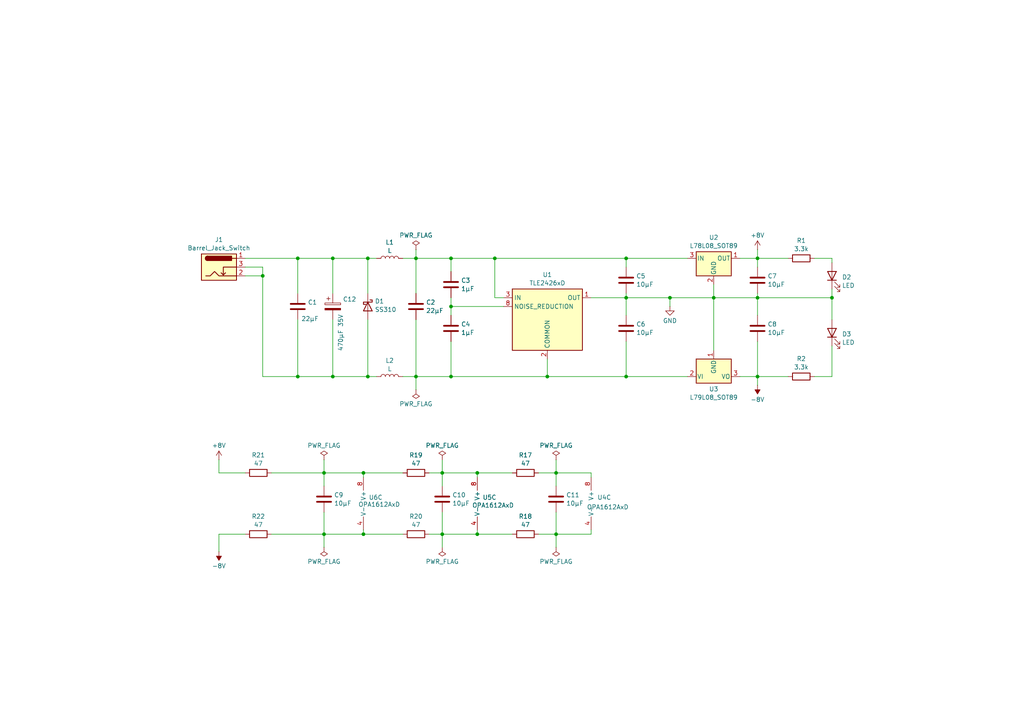
<source format=kicad_sch>
(kicad_sch (version 20231120) (generator "eeschema") (generator_version "8.0")
  (paper "A4")
  (lib_symbols
    (symbol "Amplifier_Operational:OPA1612AxD" (pin_names (offset 0.127))
      (property "Reference" "U" (at 0 5.08 0))
      (property "Value" "OPA1612AxD" (at 0 -5.08 0))
      (symbol "OPA1612AxD_1_1"
        (polyline (pts (xy -5.08 5.08) (xy 5.08 0) (xy -5.08 -5.08) (xy -5.08 5.08)) (stroke (width 0.254)) (fill (type background)))
        (pin output line (at 7.62 0 180) (length 2.54) (name "~") (number "1"))
        (pin input line (at -7.62 -2.54 0) (length 2.54) (name "-") (number "2"))
        (pin input line (at -7.62 2.54 0) (length 2.54) (name "+") (number "3"))
      )
      (symbol "OPA1612AxD_2_1"
        (polyline (pts (xy -5.08 5.08) (xy 5.08 0) (xy -5.08 -5.08) (xy -5.08 5.08)) (stroke (width 0.254)) (fill (type background)))
        (pin input line (at -7.62 2.54 0) (length 2.54) (name "+") (number "5"))
        (pin input line (at -7.62 -2.54 0) (length 2.54) (name "-") (number "6"))
        (pin output line (at 7.62 0 180) (length 2.54) (name "~") (number "7"))
      )
      (symbol "OPA1612AxD_3_1"
        (pin power_in line (at -2.54 -7.62 90) (length 3.81) (name "V-") (number "4"))
        (pin power_in line (at -2.54 7.62 270) (length 3.81) (name "V+") (number "8"))
      )
    )
    (symbol "Connector:Barrel_Jack_Switch" (pin_names hide)
      (property "Reference" "J" (at 0 5.334 0))
      (property "Value" "Barrel_Jack_Switch" (at 0 -5.08 0))
      (symbol "Barrel_Jack_Switch_0_1"
        (rectangle (start -5.08 3.81) (end 5.08 -3.81) (stroke (width 0.254)) (fill (type background)))
        (arc (start -3.302 3.175) (mid -3.9343 2.54) (end -3.302 1.905) (stroke (width 0.254)))
        (arc (start -3.302 3.175) (mid -3.9343 2.54) (end -3.302 1.905) (stroke (width 0.254)) (fill (type outline)))
        (polyline (pts (xy 1.27 -2.286) (xy 1.905 -1.651)) (stroke (width 0.254)))
        (polyline (pts (xy 5.08 2.54) (xy 3.81 2.54)) (stroke (width 0.254)))
        (polyline (pts (xy 5.08 0) (xy 1.27 0) (xy 1.27 -2.286) (xy 0.635 -1.651)) (stroke (width 0.254)))
        (polyline (pts (xy -3.81 -2.54) (xy -2.54 -2.54) (xy -1.27 -1.27) (xy 0 -2.54) (xy 2.54 -2.54) (xy 5.08 -2.54)) (stroke (width 0.254)))
        (rectangle (start 3.683 3.175) (end -3.302 1.905) (stroke (width 0.254)) (fill (type outline)))
      )
      (symbol "Barrel_Jack_Switch_1_1"
        (pin passive line (at 7.62 2.54 180) (length 2.54) (name "~") (number "1"))
        (pin passive line (at 7.62 -2.54 180) (length 2.54) (name "~") (number "2"))
        (pin passive line (at 7.62 0 180) (length 2.54) (name "~") (number "3"))
      )
    )
    (symbol "Device:C" (pin_numbers hide) (pin_names (offset 0.254))
      (property "Reference" "C" (at 0.635 2.54 0))
      (property "Value" "C" (at 0.635 -2.54 0))
      (symbol "C_0_1"
        (polyline (pts (xy -2.032 -0.762) (xy 2.032 -0.762)) (stroke (width 0.508)))
        (polyline (pts (xy -2.032 0.762) (xy 2.032 0.762)) (stroke (width 0.508)))
      )
      (symbol "C_1_1"
        (pin passive line (at 0 3.81 270) (length 2.794) (name "~") (number "1"))
        (pin passive line (at 0 -3.81 90) (length 2.794) (name "~") (number "2"))
      )
    )
    (symbol "Device:C_Polarized" (pin_numbers hide) (pin_names (offset 0.254))
      (property "Reference" "C" (at 0.635 2.54 0))
      (property "Value" "C_Polarized" (at 0.635 -2.54 0))
      (symbol "C_Polarized_0_1"
        (rectangle (start -2.286 0.508) (end 2.286 1.016))
        (polyline (pts (xy -1.778 2.286) (xy -0.762 2.286)))
        (polyline (pts (xy -1.27 2.794) (xy -1.27 1.778)))
        (rectangle (start 2.286 -0.508) (end -2.286 -1.016) (fill (type outline)))
      )
      (symbol "C_Polarized_1_1"
        (pin passive line (at 0 3.81 270) (length 2.794) (name "~") (number "1"))
        (pin passive line (at 0 -3.81 90) (length 2.794) (name "~") (number "2"))
      )
    )
    (symbol "Device:L" (pin_numbers hide) (pin_names (offset 1.016) hide)
      (property "Reference" "L" (at -1.27 0 90))
      (property "Value" "L" (at 1.905 0 90))
      (symbol "L_0_1"
        (arc (start 0 -2.54) (mid 0.6323 -1.905) (end 0 -1.27))
        (arc (start 0 -1.27) (mid 0.6323 -0.635) (end 0 0))
        (arc (start 0 0) (mid 0.6323 0.635) (end 0 1.27))
        (arc (start 0 1.27) (mid 0.6323 1.905) (end 0 2.54))
      )
      (symbol "L_1_1"
        (pin passive line (at 0 3.81 270) (length 1.27) (name "1") (number "1"))
        (pin passive line (at 0 -3.81 90) (length 1.27) (name "2") (number "2"))
      )
    )
    (symbol "Device:LED" (pin_numbers hide) (pin_names (offset 1.016) hide)
      (property "Reference" "D" (at 0 2.54 0))
      (property "Value" "LED" (at 0 -2.54 0))
      (symbol "LED_0_1"
        (polyline (pts (xy -1.27 -1.27) (xy -1.27 1.27)) (stroke (width 0.254)))
        (polyline (pts (xy -1.27 0) (xy 1.27 0)))
        (polyline (pts (xy 1.27 -1.27) (xy 1.27 1.27) (xy -1.27 0) (xy 1.27 -1.27)) (stroke (width 0.254)))
        (polyline (pts (xy -3.048 -0.762) (xy -4.572 -2.286) (xy -3.81 -2.286) (xy -4.572 -2.286) (xy -4.572 -1.524)))
        (polyline (pts (xy -1.778 -0.762) (xy -3.302 -2.286) (xy -2.54 -2.286) (xy -3.302 -2.286) (xy -3.302 -1.524)))
      )
      (symbol "LED_1_1"
        (pin passive line (at -3.81 0 0) (length 2.54) (name "K") (number "1"))
        (pin passive line (at 3.81 0 180) (length 2.54) (name "A") (number "2"))
      )
    )
    (symbol "Device:R" (pin_numbers hide) (pin_names (offset 0))
      (property "Reference" "R" (at 2.032 0 90))
      (property "Value" "R" (at 0 0 90))
      (symbol "R_0_1"
        (rectangle (start -1.016 -2.54) (end 1.016 2.54) (stroke (width 0.254)))
      )
      (symbol "R_1_1"
        (pin passive line (at 0 3.81 270) (length 1.27) (name "~") (number "1"))
        (pin passive line (at 0 -3.81 90) (length 1.27) (name "~") (number "2"))
      )
    )
    (symbol "Diode:SS310" (pin_numbers hide) (pin_names (offset 1.016) hide)
      (property "Reference" "D" (at 0 2.54 0))
      (property "Value" "SS310" (at 0 -2.54 0))
      (symbol "SS310_0_1"
        (polyline (pts (xy 1.27 0) (xy -1.27 0)))
        (polyline (pts (xy 1.27 1.27) (xy 1.27 -1.27) (xy -1.27 0) (xy 1.27 1.27)) (stroke (width 0.254)))
        (polyline (pts (xy -1.905 0.635) (xy -1.905 1.27) (xy -1.27 1.27) (xy -1.27 -1.27) (xy -0.635 -1.27) (xy -0.635 -0.635)) (stroke (width 0.254)))
      )
      (symbol "SS310_1_1"
        (pin passive line (at -3.81 0 0) (length 2.54) (name "K") (number "1"))
        (pin passive line (at 3.81 0 180) (length 2.54) (name "A") (number "2"))
      )
    )
    (symbol "Reference_Voltage:TLE2426xD"
      (property "Reference" "U" (at -10.414 8.89 0))
      (property "Value" "TLE2426xD" (at 10.16 8.89 0))
      (symbol "TLE2426xD_0_1"
        (rectangle (start -10.16 7.62) (end 10.16 -10.16) (stroke (width 0.254)) (fill (type background)))
      )
      (symbol "TLE2426xD_1_1"
        (pin power_out line (at 12.7 5.08 180) (length 2.54) (name "OUT") (number "1"))
        (pin power_in line (at 0 -12.7 90) (length 2.54) (name "COMMON") (number "2"))
        (pin power_in line (at -12.7 5.08 0) (length 2.54) (name "IN") (number "3"))
        (pin no_connect line (at -10.16 0 0) (length 2.54) hide (name "NC") (number "4"))
        (pin no_connect line (at -10.16 -2.54 0) (length 2.54) hide (name "NC") (number "5"))
        (pin no_connect line (at 10.16 0 180) (length 2.54) hide (name "NC") (number "6"))
        (pin no_connect line (at 10.16 -2.54 180) (length 2.54) hide (name "NC") (number "7"))
        (pin passive line (at -12.7 2.54 0) (length 2.54) (name "NOISE_REDUCTION") (number "8"))
      )
    )
    (symbol "Regulator_Linear:L78L08_SOT89" (pin_names (offset 0.254))
      (property "Reference" "U" (at -3.81 3.175 0))
      (property "Value" "L78L08_SOT89" (at -0.635 3.175 0))
      (symbol "L78L08_SOT89_0_1"
        (rectangle (start -5.08 1.905) (end 5.08 -5.08) (stroke (width 0.254)) (fill (type background)))
      )
      (symbol "L78L08_SOT89_1_1"
        (pin power_out line (at 7.62 0 180) (length 2.54) (name "OUT") (number "1"))
        (pin power_in line (at 0 -7.62 90) (length 2.54) (name "GND") (number "2"))
        (pin power_in line (at -7.62 0 0) (length 2.54) (name "IN") (number "3"))
      )
    )
    (symbol "Regulator_Linear:L79L08_SOT89" (pin_names (offset 0.254))
      (property "Reference" "U" (at -3.81 -3.175 0))
      (property "Value" "L79L08_SOT89" (at 0 -3.175 0))
      (symbol "L79L08_SOT89_0_1"
        (rectangle (start -5.08 5.08) (end 5.08 -1.905) (stroke (width 0.254)) (fill (type background)))
      )
      (symbol "L79L08_SOT89_1_1"
        (pin power_in line (at 0 7.62 270) (length 2.54) (name "GND") (number "1"))
        (pin power_in line (at -7.62 0 0) (length 2.54) (name "VI") (number "2"))
        (pin power_out line (at 7.62 0 180) (length 2.54) (name "VO") (number "3"))
      )
    )
    (symbol "power:+8V" (power) (pin_numbers hide) (pin_names (offset 0) hide)
      (property "Value" "+8V" (at 0 3.556 0))
      (symbol "+8V_0_1"
        (polyline (pts (xy -0.762 1.27) (xy 0 2.54)))
        (polyline (pts (xy 0 0) (xy 0 2.54)))
        (polyline (pts (xy 0 2.54) (xy 0.762 1.27)))
      )
      (symbol "+8V_1_1"
        (pin power_in line (at 0 0 90) (length 0) (name "~") (number "1"))
      )
    )
    (symbol "power:-8V" (power) (pin_numbers hide) (pin_names (offset 0) hide)
      (property "Value" "-8V" (at 0 3.556 0))
      (symbol "-8V_0_0"
        (pin power_in line (at 0 0 90) (length 0) (name "~") (number "1"))
      )
      (symbol "-8V_0_1"
        (polyline (pts (xy 0 0) (xy 0 1.27) (xy 0.762 1.27) (xy 0 2.54) (xy -0.762 1.27) (xy 0 1.27)) (fill (type outline)))
      )
    )
    (symbol "power:GND" (power) (pin_numbers hide) (pin_names (offset 0) hide)
      (property "Value" "GND" (at 0 -3.81 0))
      (symbol "GND_0_1"
        (polyline (pts (xy 0 0) (xy 0 -1.27) (xy 1.27 -1.27) (xy 0 -2.54) (xy -1.27 -1.27) (xy 0 -1.27)))
      )
      (symbol "GND_1_1"
        (pin power_in line (at 0 0 270) (length 0) (name "~") (number "1"))
      )
    )
    (symbol "power:PWR_FLAG" (power) (pin_numbers hide) (pin_names (offset 0) hide)
      (property "Value" "PWR_FLAG" (at 0 3.81 0))
      (symbol "PWR_FLAG_0_0"
        (pin power_out line (at 0 0 90) (length 0) (name "~") (number "1"))
      )
      (symbol "PWR_FLAG_0_1"
        (polyline (pts (xy 0 0) (xy 0 1.27) (xy -1.016 1.905) (xy 0 2.54) (xy 1.016 1.905) (xy 0 1.27)))
      )
    )
  )
  (junction (at 181.61 86.36))
  (junction (at 130.81 74.93))
  (junction (at 96.52 109.22))
  (junction (at 130.81 88.9))
  (junction (at 128.27 154.94))
  (junction (at 76.2 80.01))
  (junction (at 86.36 74.93))
  (junction (at 93.98 154.94))
  (junction (at 161.29 154.94))
  (junction (at 93.98 137.16))
  (junction (at 181.61 74.93))
  (junction (at 143.51 74.93))
  (junction (at 138.43 137.16))
  (junction (at 194.31 86.36))
  (junction (at 96.52 74.93))
  (junction (at 120.65 74.93))
  (junction (at 105.41 137.16))
  (junction (at 120.65 109.22))
  (junction (at 219.71 74.93))
  (junction (at 161.29 137.16))
  (junction (at 128.27 137.16))
  (junction (at 106.68 74.93))
  (junction (at 105.41 154.94))
  (junction (at 86.36 109.22))
  (junction (at 181.61 109.22))
  (junction (at 106.68 109.22))
  (junction (at 241.3 86.36))
  (junction (at 130.81 109.22))
  (junction (at 219.71 109.22))
  (junction (at 207.01 86.36))
  (junction (at 158.75 109.22))
  (junction (at 138.43 154.94))
  (junction (at 219.71 86.36))
  (wire (pts (xy 146.05 86.36) (xy 143.51 86.36)))
  (wire (pts (xy 161.29 148.59) (xy 161.29 154.94)))
  (wire (pts (xy 138.43 154.94) (xy 148.59 154.94)))
  (wire (pts (xy 105.41 154.94) (xy 116.84 154.94)))
  (wire (pts (xy 128.27 137.16) (xy 128.27 140.97)))
  (wire (pts (xy 214.63 109.22) (xy 219.71 109.22)))
  (wire (pts (xy 181.61 85.09) (xy 181.61 86.36)))
  (wire (pts (xy 120.65 74.93) (xy 130.81 74.93)))
  (wire (pts (xy 241.3 86.36) (xy 241.3 92.71)))
  (wire (pts (xy 130.81 86.36) (xy 130.81 88.9)))
  (wire (pts (xy 96.52 109.22) (xy 106.68 109.22)))
  (wire (pts (xy 130.81 74.93) (xy 143.51 74.93)))
  (wire (pts (xy 86.36 109.22) (xy 96.52 109.22)))
  (wire (pts (xy 171.45 86.36) (xy 181.61 86.36)))
  (wire (pts (xy 181.61 86.36) (xy 194.31 86.36)))
  (wire (pts (xy 96.52 92.71) (xy 96.52 109.22)))
  (wire (pts (xy 63.5 133.35) (xy 63.5 137.16)))
  (wire (pts (xy 86.36 92.71) (xy 86.36 109.22)))
  (wire (pts (xy 241.3 100.33) (xy 241.3 109.22)))
  (wire (pts (xy 207.01 86.36) (xy 207.01 101.6)))
  (wire (pts (xy 161.29 137.16) (xy 161.29 140.97)))
  (wire (pts (xy 120.65 109.22) (xy 130.81 109.22)))
  (wire (pts (xy 105.41 137.16) (xy 116.84 137.16)))
  (wire (pts (xy 158.75 109.22) (xy 181.61 109.22)))
  (wire (pts (xy 228.6 74.93) (xy 219.71 74.93)))
  (wire (pts (xy 76.2 109.22) (xy 86.36 109.22)))
  (wire (pts (xy 181.61 109.22) (xy 199.39 109.22)))
  (wire (pts (xy 128.27 154.94) (xy 128.27 158.75)))
  (wire (pts (xy 219.71 86.36) (xy 241.3 86.36)))
  (wire (pts (xy 105.41 137.16) (xy 105.41 138.43)))
  (wire (pts (xy 130.81 109.22) (xy 158.75 109.22)))
  (wire (pts (xy 120.65 109.22) (xy 120.65 113.03)))
  (wire (pts (xy 78.74 154.94) (xy 93.98 154.94)))
  (wire (pts (xy 93.98 137.16) (xy 93.98 140.97)))
  (wire (pts (xy 207.01 82.55) (xy 207.01 86.36)))
  (wire (pts (xy 71.12 77.47) (xy 76.2 77.47)))
  (wire (pts (xy 143.51 86.36) (xy 143.51 74.93)))
  (wire (pts (xy 71.12 74.93) (xy 86.36 74.93)))
  (wire (pts (xy 181.61 86.36) (xy 181.61 91.44)))
  (wire (pts (xy 181.61 74.93) (xy 181.61 77.47)))
  (wire (pts (xy 181.61 99.06) (xy 181.61 109.22)))
  (wire (pts (xy 78.74 137.16) (xy 93.98 137.16)))
  (wire (pts (xy 130.81 88.9) (xy 130.81 91.44)))
  (wire (pts (xy 143.51 74.93) (xy 181.61 74.93)))
  (wire (pts (xy 219.71 77.47) (xy 219.71 74.93)))
  (wire (pts (xy 130.81 74.93) (xy 130.81 78.74)))
  (wire (pts (xy 128.27 154.94) (xy 138.43 154.94)))
  (wire (pts (xy 219.71 85.09) (xy 219.71 86.36)))
  (wire (pts (xy 181.61 74.93) (xy 199.39 74.93)))
  (wire (pts (xy 138.43 153.67) (xy 138.43 154.94)))
  (wire (pts (xy 93.98 137.16) (xy 105.41 137.16)))
  (wire (pts (xy 120.65 92.71) (xy 120.65 109.22)))
  (wire (pts (xy 161.29 133.35) (xy 161.29 137.16)))
  (wire (pts (xy 93.98 158.75) (xy 93.98 154.94)))
  (wire (pts (xy 161.29 137.16) (xy 171.45 137.16)))
  (wire (pts (xy 124.46 137.16) (xy 128.27 137.16)))
  (wire (pts (xy 106.68 74.93) (xy 106.68 85.09)))
  (wire (pts (xy 219.71 72.39) (xy 219.71 74.93)))
  (wire (pts (xy 241.3 83.82) (xy 241.3 86.36)))
  (wire (pts (xy 71.12 80.01) (xy 76.2 80.01)))
  (wire (pts (xy 86.36 85.09) (xy 86.36 74.93)))
  (wire (pts (xy 207.01 86.36) (xy 219.71 86.36)))
  (wire (pts (xy 63.5 137.16) (xy 71.12 137.16)))
  (wire (pts (xy 194.31 86.36) (xy 194.31 88.9)))
  (wire (pts (xy 156.21 154.94) (xy 161.29 154.94)))
  (wire (pts (xy 219.71 109.22) (xy 219.71 111.76)))
  (wire (pts (xy 219.71 86.36) (xy 219.71 91.44)))
  (wire (pts (xy 120.65 72.39) (xy 120.65 74.93)))
  (wire (pts (xy 241.3 76.2) (xy 241.3 74.93)))
  (wire (pts (xy 241.3 109.22) (xy 236.22 109.22)))
  (wire (pts (xy 116.84 109.22) (xy 120.65 109.22)))
  (wire (pts (xy 161.29 158.75) (xy 161.29 154.94)))
  (wire (pts (xy 128.27 133.35) (xy 128.27 137.16)))
  (wire (pts (xy 96.52 74.93) (xy 106.68 74.93)))
  (wire (pts (xy 63.5 160.02) (xy 63.5 154.94)))
  (wire (pts (xy 158.75 104.14) (xy 158.75 109.22)))
  (wire (pts (xy 161.29 154.94) (xy 171.45 154.94)))
  (wire (pts (xy 105.41 153.67) (xy 105.41 154.94)))
  (wire (pts (xy 76.2 80.01) (xy 76.2 109.22)))
  (wire (pts (xy 138.43 137.16) (xy 148.59 137.16)))
  (wire (pts (xy 194.31 86.36) (xy 207.01 86.36)))
  (wire (pts (xy 219.71 109.22) (xy 228.6 109.22)))
  (wire (pts (xy 96.52 74.93) (xy 96.52 85.09)))
  (wire (pts (xy 128.27 137.16) (xy 138.43 137.16)))
  (wire (pts (xy 93.98 148.59) (xy 93.98 154.94)))
  (wire (pts (xy 93.98 154.94) (xy 105.41 154.94)))
  (wire (pts (xy 171.45 154.94) (xy 171.45 153.67)))
  (wire (pts (xy 106.68 109.22) (xy 109.22 109.22)))
  (wire (pts (xy 156.21 137.16) (xy 161.29 137.16)))
  (wire (pts (xy 116.84 74.93) (xy 120.65 74.93)))
  (wire (pts (xy 93.98 133.35) (xy 93.98 137.16)))
  (wire (pts (xy 241.3 74.93) (xy 236.22 74.93)))
  (wire (pts (xy 219.71 109.22) (xy 219.71 99.06)))
  (wire (pts (xy 76.2 77.47) (xy 76.2 80.01)))
  (wire (pts (xy 63.5 154.94) (xy 71.12 154.94)))
  (wire (pts (xy 128.27 148.59) (xy 128.27 154.94)))
  (wire (pts (xy 106.68 92.71) (xy 106.68 109.22)))
  (wire (pts (xy 138.43 137.16) (xy 138.43 138.43)))
  (wire (pts (xy 219.71 74.93) (xy 214.63 74.93)))
  (wire (pts (xy 130.81 99.06) (xy 130.81 109.22)))
  (wire (pts (xy 106.68 74.93) (xy 109.22 74.93)))
  (wire (pts (xy 86.36 74.93) (xy 96.52 74.93)))
  (wire (pts (xy 124.46 154.94) (xy 128.27 154.94)))
  (wire (pts (xy 171.45 137.16) (xy 171.45 138.43)))
  (wire (pts (xy 120.65 74.93) (xy 120.65 85.09)))
  (wire (pts (xy 130.81 88.9) (xy 146.05 88.9)))
  (symbol (lib_id "power:-8V") (at 63.5 160.02 180) (unit 1)
    (property "Reference" "#PWR05" (effects (hide yes)))
    (property "Value" "-8V" (at 63.5 164.1531 0))
    (property "Description" "Power symbol creates a global label with name \"-8V\"" (effects (hide yes)))
  )
  (symbol (lib_id "Device:C") (at 181.61 95.25 0) (unit 1)
    (property "Reference" "C6" (at 184.531 94.0378 0) (effects (justify left)))
    (property "Value" "10µF" (at 184.531 96.4621 0) (effects (justify left)))
    (property "Footprint" "Capacitor_SMD:C_1206_3216Metric_Pad1.33x1.80mm_HandSolder" (effects (hide yes)))
    (property "Description" "Unpolarized capacitor" (effects (hide yes)))
  )
  (symbol (lib_id "power:PWR_FLAG") (at 93.98 133.35 0) (unit 1)
    (property "Reference" "#FLG03" (effects (hide yes)))
    (property "Value" "PWR_FLAG" (at 93.98 129.2169 0))
    (property "Description" "Special symbol for telling ERC where power comes from" (effects (hide yes)))
  )
  (symbol (lib_id "Amplifier_Operational:OPA1612AxD") (at 140.97 146.05 0) (unit 3)
    (property "Reference" "U5" (at 141.986 144.272 0))
    (property "Value" "OPA1612AxD" (at 143.002 146.558 0))
    (property "Footprint" "Package_SO:SOIC-8_3.9x4.9mm_P1.27mm" (effects (hide yes)))
    (property "Datasheet" "http://www.ti.com/lit/ds/symlink/opa1612.pdf" (effects (hide yes)))
    (property "Description" "Dual SoundPlus High Performance, Bipolar-Input Audio Operational Amplifiers, SOIC-8" (effects (hide yes)))
  )
  (symbol (lib_id "Device:R") (at 152.4 154.94 90) (unit 1)
    (property "Reference" "R18" (at 152.4 149.7795 90))
    (property "Value" "47" (at 152.4 152.2038 90))
    (property "Footprint" "Resistor_SMD:R_0805_2012Metric_Pad1.20x1.40mm_HandSolder" (effects (hide yes)))
    (property "Description" "Resistor" (effects (hide yes)))
  )
  (symbol (lib_id "power:PWR_FLAG") (at 128.27 133.35 0) (unit 1)
    (property "Reference" "#FLG04" (effects (hide yes)))
    (property "Value" "PWR_FLAG" (at 128.27 129.2169 0))
    (property "Description" "Special symbol for telling ERC where power comes from" (effects (hide yes)))
  )
  (symbol (lib_id "Device:C") (at 219.71 81.28 0) (unit 1)
    (property "Reference" "C7" (at 222.631 80.0678 0) (effects (justify left)))
    (property "Value" "10µF" (at 222.631 82.4921 0) (effects (justify left)))
    (property "Footprint" "Capacitor_SMD:C_1206_3216Metric_Pad1.33x1.80mm_HandSolder" (effects (hide yes)))
    (property "Description" "Unpolarized capacitor" (effects (hide yes)))
  )
  (symbol (lib_id "power:PWR_FLAG") (at 128.27 158.75 0) (mirror x) (unit 1)
    (property "Reference" "#FLG07" (effects (hide yes)))
    (property "Value" "PWR_FLAG" (at 128.27 162.8831 0))
    (property "Description" "Special symbol for telling ERC where power comes from" (effects (hide yes)))
  )
  (symbol (lib_id "power:GND") (at 194.31 88.9 0) (unit 1)
    (property "Reference" "#PWR02" (effects (hide yes)))
    (property "Value" "GND" (at 194.31 93.0331 0))
    (property "Description" "Power symbol creates a global label with name \"GND\" , ground" (effects (hide yes)))
  )
  (symbol (lib_id "Device:R") (at 74.93 154.94 90) (unit 1)
    (property "Reference" "R22" (at 74.93 149.7795 90))
    (property "Value" "47" (at 74.93 152.2038 90))
    (property "Footprint" "Resistor_SMD:R_0805_2012Metric_Pad1.20x1.40mm_HandSolder" (effects (hide yes)))
    (property "Description" "Resistor" (effects (hide yes)))
  )
  (symbol (lib_id "power:PWR_FLAG") (at 120.65 113.03 0) (mirror x) (unit 1)
    (property "Reference" "#FLG02" (effects (hide yes)))
    (property "Value" "PWR_FLAG" (at 120.65 117.1631 0))
    (property "Description" "Special symbol for telling ERC where power comes from" (effects (hide yes)))
  )
  (symbol (lib_id "power:-8V") (at 219.71 111.76 180) (unit 1)
    (property "Reference" "#PWR03" (effects (hide yes)))
    (property "Value" "-8V" (at 219.71 115.8931 0))
    (property "Description" "Power symbol creates a global label with name \"-8V\"" (effects (hide yes)))
  )
  (symbol (lib_id "Device:C_Polarized") (at 96.52 88.9 0) (unit 1)
    (property "Reference" "C12" (at 99.441 86.7988 0) (effects (justify left)))
    (property "Value" "470µF 35V" (at 98.806 101.854 90) (effects (justify left)))
    (property "Footprint" "Capacitor_THT:CP_Radial_D10.0mm_P5.00mm_P7.50mm" (effects (hide yes)))
    (property "Description" "Polarized capacitor" (effects (hide yes)))
  )
  (symbol (lib_id "power:PWR_FLAG") (at 161.29 133.35 0) (unit 1)
    (property "Reference" "#FLG05" (effects (hide yes)))
    (property "Value" "PWR_FLAG" (at 161.29 129.2169 0))
    (property "Description" "Special symbol for telling ERC where power comes from" (effects (hide yes)))
  )
  (symbol (lib_id "Reference_Voltage:TLE2426xD") (at 158.75 91.44 0) (unit 1)
    (property "Reference" "U1" (at 158.75 79.6755 0))
    (property "Value" "TLE2426xD" (at 158.75 82.0998 0))
    (property "Footprint" "Package_SO:SOIC-8_3.9x4.9mm_P1.27mm" (effects (hide yes)))
    (property "Datasheet" "http://www.ti.com/lit/ds/symlink/tle2426.pdf" (effects (hide yes)))
    (property "Description" "Precision virtual ground, noise reduction pin, 4V to 40V input, SOIC-8" (effects (hide yes)))
  )
  (symbol (lib_id "Device:L") (at 113.03 74.93 90) (unit 1)
    (property "Reference" "L1" (at 113.03 70.2802 90))
    (property "Value" "L" (at 113.03 72.7045 90))
    (property "Footprint" "Inductor_SMD:L_7.3x7.3_H4.5" (effects (hide yes)))
    (property "Description" "Inductor" (effects (hide yes)))
  )
  (symbol (lib_id "Device:LED") (at 241.3 96.52 90) (unit 1)
    (property "Reference" "D3" (at 244.221 96.8953 90) (effects (justify right)))
    (property "Value" "LED" (at 244.221 99.3196 90) (effects (justify right)))
    (property "Footprint" "LED_SMD:LED_1206_3216Metric_Pad1.42x1.75mm_HandSolder" (effects (hide yes)))
    (property "Description" "Light emitting diode" (effects (hide yes)))
  )
  (symbol (lib_id "Connector:Barrel_Jack_Switch") (at 63.5 77.47 0) (unit 1)
    (property "Reference" "J1" (at 63.5 69.5155 0))
    (property "Value" "Barrel_Jack_Switch" (at 63.5 71.9398 0))
    (property "Footprint" "Connector_BarrelJack:BarrelJack_Horizontal" (effects (hide yes)))
    (property "Description" "DC Barrel Jack with an internal switch" (effects (hide yes)))
  )
  (symbol (lib_id "Device:L") (at 113.03 109.22 90) (unit 1)
    (property "Reference" "L2" (at 113.03 104.5702 90))
    (property "Value" "L" (at 113.03 106.9945 90))
    (property "Footprint" "Inductor_SMD:L_7.3x7.3_H4.5" (effects (hide yes)))
    (property "Description" "Inductor" (effects (hide yes)))
  )
  (symbol (lib_id "Device:R") (at 152.4 137.16 90) (unit 1)
    (property "Reference" "R17" (at 152.4 131.9995 90))
    (property "Value" "47" (at 152.4 134.4238 90))
    (property "Footprint" "Resistor_SMD:R_0805_2012Metric_Pad1.20x1.40mm_HandSolder" (effects (hide yes)))
    (property "Description" "Resistor" (effects (hide yes)))
  )
  (symbol (lib_id "Device:R") (at 232.41 109.22 90) (unit 1)
    (property "Reference" "R2" (at 232.41 104.0595 90))
    (property "Value" "3.3k" (at 232.41 106.4838 90))
    (property "Footprint" "Resistor_SMD:R_0805_2012Metric_Pad1.20x1.40mm_HandSolder" (effects (hide yes)))
    (property "Description" "Resistor" (effects (hide yes)))
  )
  (symbol (lib_id "Device:R") (at 74.93 137.16 90) (unit 1)
    (property "Reference" "R21" (at 74.93 131.9995 90))
    (property "Value" "47" (at 74.93 134.4238 90))
    (property "Footprint" "Resistor_SMD:R_0805_2012Metric_Pad1.20x1.40mm_HandSolder" (effects (hide yes)))
    (property "Description" "Resistor" (effects (hide yes)))
  )
  (symbol (lib_id "Regulator_Linear:L78L08_SOT89") (at 207.01 74.93 0) (unit 1)
    (property "Reference" "U2" (at 207.01 68.8805 0))
    (property "Value" "L78L08_SOT89" (at 207.01 71.3048 0))
    (property "Footprint" "Package_TO_SOT_SMD:SOT-89-3" (effects (hide yes)))
    (property "Datasheet" "http://www.st.com/content/ccc/resource/technical/document/datasheet/15/55/e5/aa/23/5b/43/fd/CD00000446.pdf/files/CD00000446.pdf/jcr:content/translations/en.CD00000446.pdf" (effects (hide yes)))
    (property "Description" "Positive 100mA 30V Linear Regulator, Fixed Output 8V, SOT-89" (effects (hide yes)))
  )
  (symbol (lib_id "Regulator_Linear:L79L08_SOT89") (at 207.01 109.22 0) (unit 1)
    (property "Reference" "U3" (at 207.01 112.8451 0))
    (property "Value" "L79L08_SOT89" (at 207.01 115.2694 0))
    (property "Footprint" "Package_TO_SOT_SMD:SOT-89-3" (effects (hide yes)))
    (property "Datasheet" "http://www.farnell.com/datasheets/1827870.pdf" (effects (hide yes)))
    (property "Description" "Negative 100mA -30V Linear Regulator, Fixed Output -5V, SOT-89" (effects (hide yes)))
  )
  (symbol (lib_id "Device:C") (at 120.65 88.9 0) (unit 1)
    (property "Reference" "C2" (at 123.571 87.6878 0) (effects (justify left)))
    (property "Value" "22µF" (at 123.571 90.1121 0) (effects (justify left)))
    (property "Footprint" "Capacitor_SMD:C_1206_3216Metric_Pad1.33x1.80mm_HandSolder" (effects (hide yes)))
    (property "Description" "Unpolarized capacitor" (effects (hide yes)))
  )
  (symbol (lib_id "Device:C") (at 219.71 95.25 0) (unit 1)
    (property "Reference" "C8" (at 222.631 94.0378 0) (effects (justify left)))
    (property "Value" "10µF" (at 222.631 96.4621 0) (effects (justify left)))
    (property "Footprint" "Capacitor_SMD:C_1206_3216Metric_Pad1.33x1.80mm_HandSolder" (effects (hide yes)))
    (property "Description" "Unpolarized capacitor" (effects (hide yes)))
  )
  (symbol (lib_id "Device:R") (at 120.65 154.94 90) (unit 1)
    (property "Reference" "R20" (at 120.65 149.7795 90))
    (property "Value" "47" (at 120.65 152.2038 90))
    (property "Footprint" "Resistor_SMD:R_0805_2012Metric_Pad1.20x1.40mm_HandSolder" (effects (hide yes)))
    (property "Description" "Resistor" (effects (hide yes)))
  )
  (symbol (lib_id "power:+8V") (at 63.5 133.35 0) (unit 1)
    (property "Reference" "#PWR04" (effects (hide yes)))
    (property "Value" "+8V" (at 63.5 129.2169 0))
    (property "Description" "Power symbol creates a global label with name \"+8V\"" (effects (hide yes)))
  )
  (symbol (lib_id "Device:C") (at 128.27 144.78 0) (unit 1)
    (property "Reference" "C10" (at 131.191 143.5678 0) (effects (justify left)))
    (property "Value" "10µF" (at 131.191 145.9921 0) (effects (justify left)))
    (property "Footprint" "Capacitor_SMD:C_1206_3216Metric_Pad1.33x1.80mm_HandSolder" (effects (hide yes)))
    (property "Description" "Unpolarized capacitor" (effects (hide yes)))
  )
  (symbol (lib_id "power:+8V") (at 219.71 72.39 0) (unit 1)
    (property "Reference" "#PWR01" (effects (hide yes)))
    (property "Value" "+8V" (at 219.71 68.2569 0))
    (property "Description" "Power symbol creates a global label with name \"+8V\"" (effects (hide yes)))
  )
  (symbol (lib_id "Device:R") (at 232.41 74.93 90) (unit 1)
    (property "Reference" "R1" (at 232.41 69.7695 90))
    (property "Value" "3.3k" (at 232.41 72.1938 90))
    (property "Footprint" "Resistor_SMD:R_0805_2012Metric_Pad1.20x1.40mm_HandSolder" (effects (hide yes)))
    (property "Description" "Resistor" (effects (hide yes)))
  )
  (symbol (lib_id "Device:R") (at 120.65 137.16 90) (unit 1)
    (property "Reference" "R19" (at 120.65 131.9995 90))
    (property "Value" "47" (at 120.65 134.4238 90))
    (property "Footprint" "Resistor_SMD:R_0805_2012Metric_Pad1.20x1.40mm_HandSolder" (effects (hide yes)))
    (property "Description" "Resistor" (effects (hide yes)))
  )
  (symbol (lib_id "Device:C") (at 130.81 82.55 0) (unit 1)
    (property "Reference" "C3" (at 133.731 81.3378 0) (effects (justify left)))
    (property "Value" "1µF" (at 133.731 83.7621 0) (effects (justify left)))
    (property "Footprint" "Capacitor_SMD:C_1206_3216Metric_Pad1.33x1.80mm_HandSolder" (effects (hide yes)))
    (property "Description" "Unpolarized capacitor" (effects (hide yes)))
  )
  (symbol (lib_id "power:PWR_FLAG") (at 93.98 158.75 0) (mirror x) (unit 1)
    (property "Reference" "#FLG06" (effects (hide yes)))
    (property "Value" "PWR_FLAG" (at 93.98 162.8831 0))
    (property "Description" "Special symbol for telling ERC where power comes from" (effects (hide yes)))
  )
  (symbol (lib_id "Device:C") (at 130.81 95.25 0) (unit 1)
    (property "Reference" "C4" (at 133.731 94.0378 0) (effects (justify left)))
    (property "Value" "1µF" (at 133.731 96.4621 0) (effects (justify left)))
    (property "Footprint" "Capacitor_SMD:C_1206_3216Metric_Pad1.33x1.80mm_HandSolder" (effects (hide yes)))
    (property "Description" "Unpolarized capacitor" (effects (hide yes)))
  )
  (symbol (lib_id "Device:C") (at 161.29 144.78 0) (unit 1)
    (property "Reference" "C11" (at 164.211 143.5678 0) (effects (justify left)))
    (property "Value" "10µF" (at 164.211 145.9921 0) (effects (justify left)))
    (property "Footprint" "Capacitor_SMD:C_1206_3216Metric_Pad1.33x1.80mm_HandSolder" (effects (hide yes)))
    (property "Description" "Unpolarized capacitor" (effects (hide yes)))
  )
  (symbol (lib_id "Device:C") (at 181.61 81.28 0) (unit 1)
    (property "Reference" "C5" (at 184.531 80.0678 0) (effects (justify left)))
    (property "Value" "10µF" (at 184.531 82.4921 0) (effects (justify left)))
    (property "Footprint" "Capacitor_SMD:C_1206_3216Metric_Pad1.33x1.80mm_HandSolder" (effects (hide yes)))
    (property "Description" "Unpolarized capacitor" (effects (hide yes)))
  )
  (symbol (lib_id "power:PWR_FLAG") (at 120.65 72.39 0) (unit 1)
    (property "Reference" "#FLG01" (effects (hide yes)))
    (property "Value" "PWR_FLAG" (at 120.65 68.2569 0))
    (property "Description" "Special symbol for telling ERC where power comes from" (effects (hide yes)))
  )
  (symbol (lib_id "Device:LED") (at 241.3 80.01 90) (unit 1)
    (property "Reference" "D2" (at 244.221 80.3853 90) (effects (justify right)))
    (property "Value" "LED" (at 244.221 82.8096 90) (effects (justify right)))
    (property "Footprint" "LED_SMD:LED_1206_3216Metric_Pad1.42x1.75mm_HandSolder" (effects (hide yes)))
    (property "Description" "Light emitting diode" (effects (hide yes)))
  )
  (symbol (lib_id "power:PWR_FLAG") (at 161.29 158.75 0) (mirror x) (unit 1)
    (property "Reference" "#FLG08" (effects (hide yes)))
    (property "Value" "PWR_FLAG" (at 161.29 162.8831 0))
    (property "Description" "Special symbol for telling ERC where power comes from" (effects (hide yes)))
  )
  (symbol (lib_id "Diode:SS310") (at 106.68 88.9 270) (unit 1)
    (property "Reference" "D1" (at 108.712 87.3703 90) (effects (justify left)))
    (property "Value" "SS310" (at 108.712 89.7946 90) (effects (justify left)))
    (property "Footprint" "Diode_SMD:D_SMA" (effects (hide yes)))
    (property "Datasheet" "https://www.microdiode.com/uploadfiles//PDF/SS32-THRU-SS3200-SMA.pdf" (effects (hide yes)))
    (property "Description" "100V 3A Schottky Diode, SMA" (effects (hide yes)))
  )
  (symbol (lib_id "Amplifier_Operational:OPA1612AxD") (at 107.95 146.05 0) (unit 3)
    (property "Reference" "U6" (at 108.966 144.272 0))
    (property "Value" "OPA1612AxD" (at 109.982 146.304 0))
    (property "Footprint" "Package_SO:SOIC-8_3.9x4.9mm_P1.27mm" (effects (hide yes)))
    (property "Datasheet" "http://www.ti.com/lit/ds/symlink/opa1612.pdf" (effects (hide yes)))
    (property "Description" "Dual SoundPlus High Performance, Bipolar-Input Audio Operational Amplifiers, SOIC-8" (effects (hide yes)))
  )
  (symbol (lib_id "Device:C") (at 86.36 88.9 0) (unit 1)
    (property "Reference" "C1" (at 89.281 87.6878 0) (effects (justify left)))
    (property "Value" "22µF" (at 87.376 92.456 0) (effects (justify left)))
    (property "Footprint" "Capacitor_SMD:C_1206_3216Metric_Pad1.33x1.80mm_HandSolder" (effects (hide yes)))
    (property "Description" "Unpolarized capacitor" (effects (hide yes)))
  )
  (symbol (lib_id "Amplifier_Operational:OPA1612AxD") (at 173.99 146.05 0) (unit 3)
    (property "Reference" "U4" (at 175.26 144.272 0))
    (property "Value" "OPA1612AxD" (at 176.276 147.066 0))
    (property "Footprint" "Package_SO:SOIC-8_3.9x4.9mm_P1.27mm" (effects (hide yes)))
    (property "Datasheet" "http://www.ti.com/lit/ds/symlink/opa1612.pdf" (effects (hide yes)))
    (property "Description" "Dual SoundPlus High Performance, Bipolar-Input Audio Operational Amplifiers, SOIC-8" (effects (hide yes)))
  )
  (symbol (lib_id "Device:C") (at 93.98 144.78 0) (unit 1)
    (property "Reference" "C9" (at 96.901 143.5678 0) (effects (justify left)))
    (property "Value" "10µF" (at 96.901 145.9921 0) (effects (justify left)))
    (property "Footprint" "Capacitor_SMD:C_1206_3216Metric_Pad1.33x1.80mm_HandSolder" (effects (hide yes)))
    (property "Description" "Unpolarized capacitor" (effects (hide yes)))
  )
)
</source>
